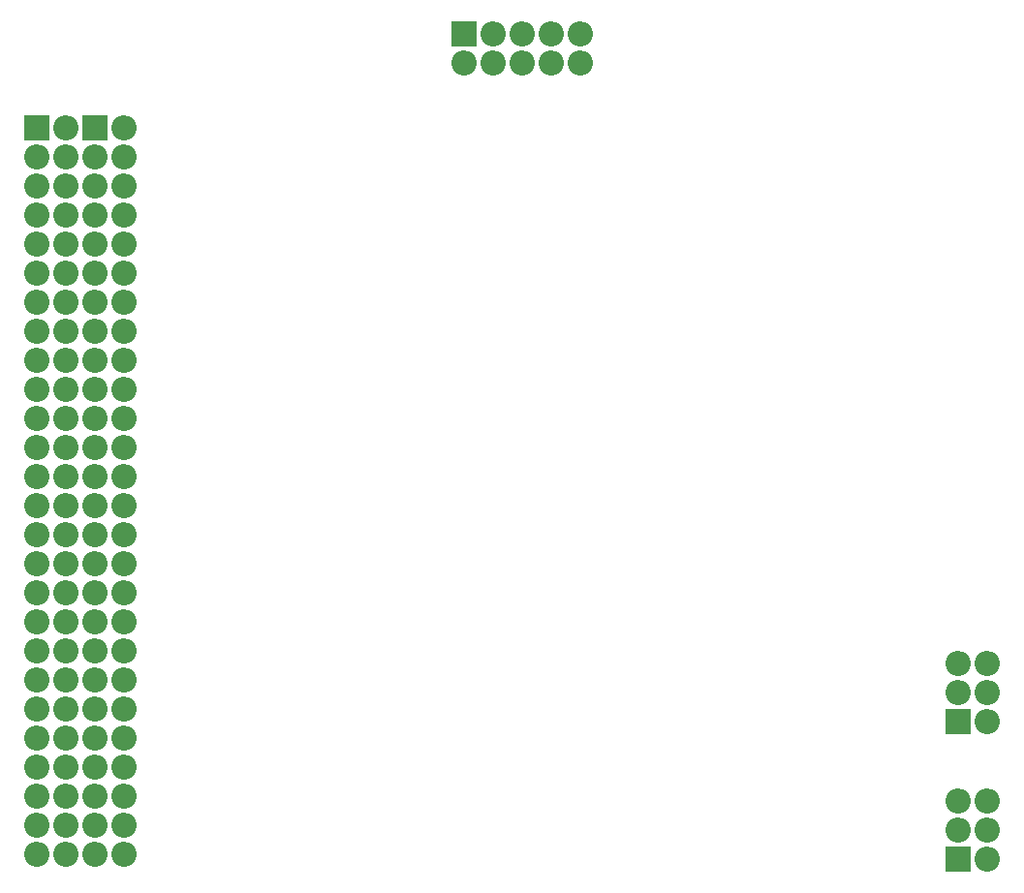
<source format=gbr>
G04 #@! TF.FileFunction,Soldermask,Top*
%FSLAX46Y46*%
G04 Gerber Fmt 4.6, Leading zero omitted, Abs format (unit mm)*
G04 Created by KiCad (PCBNEW 4.0.7) date 02/17/18 20:59:13*
%MOMM*%
%LPD*%
G01*
G04 APERTURE LIST*
%ADD10C,0.100000*%
%ADD11R,2.200000X2.200000*%
%ADD12O,2.200000X2.200000*%
G04 APERTURE END LIST*
D10*
D11*
X110670000Y-62080000D03*
D12*
X113210000Y-62080000D03*
X110670000Y-64620000D03*
X113210000Y-64620000D03*
X110670000Y-67160000D03*
X113210000Y-67160000D03*
X110670000Y-69700000D03*
X113210000Y-69700000D03*
X110670000Y-72240000D03*
X113210000Y-72240000D03*
X110670000Y-74780000D03*
X113210000Y-74780000D03*
X110670000Y-77320000D03*
X113210000Y-77320000D03*
X110670000Y-79860000D03*
X113210000Y-79860000D03*
X110670000Y-82400000D03*
X113210000Y-82400000D03*
X110670000Y-84940000D03*
X113210000Y-84940000D03*
X110670000Y-87480000D03*
X113210000Y-87480000D03*
X110670000Y-90020000D03*
X113210000Y-90020000D03*
X110670000Y-92560000D03*
X113210000Y-92560000D03*
X110670000Y-95100000D03*
X113210000Y-95100000D03*
X110670000Y-97640000D03*
X113210000Y-97640000D03*
X110670000Y-100180000D03*
X113210000Y-100180000D03*
X110670000Y-102720000D03*
X113210000Y-102720000D03*
X110670000Y-105260000D03*
X113210000Y-105260000D03*
X110670000Y-107800000D03*
X113210000Y-107800000D03*
X110670000Y-110340000D03*
X113210000Y-110340000D03*
X110670000Y-112880000D03*
X113210000Y-112880000D03*
X110670000Y-115420000D03*
X113210000Y-115420000D03*
X110670000Y-117960000D03*
X113210000Y-117960000D03*
X110670000Y-120500000D03*
X113210000Y-120500000D03*
X110670000Y-123040000D03*
X113210000Y-123040000D03*
X110670000Y-125580000D03*
X113210000Y-125580000D03*
D11*
X105590000Y-62080000D03*
D12*
X108130000Y-62080000D03*
X105590000Y-64620000D03*
X108130000Y-64620000D03*
X105590000Y-67160000D03*
X108130000Y-67160000D03*
X105590000Y-69700000D03*
X108130000Y-69700000D03*
X105590000Y-72240000D03*
X108130000Y-72240000D03*
X105590000Y-74780000D03*
X108130000Y-74780000D03*
X105590000Y-77320000D03*
X108130000Y-77320000D03*
X105590000Y-79860000D03*
X108130000Y-79860000D03*
X105590000Y-82400000D03*
X108130000Y-82400000D03*
X105590000Y-84940000D03*
X108130000Y-84940000D03*
X105590000Y-87480000D03*
X108130000Y-87480000D03*
X105590000Y-90020000D03*
X108130000Y-90020000D03*
X105590000Y-92560000D03*
X108130000Y-92560000D03*
X105590000Y-95100000D03*
X108130000Y-95100000D03*
X105590000Y-97640000D03*
X108130000Y-97640000D03*
X105590000Y-100180000D03*
X108130000Y-100180000D03*
X105590000Y-102720000D03*
X108130000Y-102720000D03*
X105590000Y-105260000D03*
X108130000Y-105260000D03*
X105590000Y-107800000D03*
X108130000Y-107800000D03*
X105590000Y-110340000D03*
X108130000Y-110340000D03*
X105590000Y-112880000D03*
X108130000Y-112880000D03*
X105590000Y-115420000D03*
X108130000Y-115420000D03*
X105590000Y-117960000D03*
X108130000Y-117960000D03*
X105590000Y-120500000D03*
X108130000Y-120500000D03*
X105590000Y-123040000D03*
X108130000Y-123040000D03*
X105590000Y-125580000D03*
X108130000Y-125580000D03*
D11*
X142920000Y-53820000D03*
D12*
X142920000Y-56360000D03*
X145460000Y-53820000D03*
X145460000Y-56360000D03*
X148000000Y-53820000D03*
X148000000Y-56360000D03*
X150540000Y-53820000D03*
X150540000Y-56360000D03*
X153080000Y-53820000D03*
X153080000Y-56360000D03*
D11*
X186060000Y-126000000D03*
D12*
X188600000Y-126000000D03*
X186060000Y-123460000D03*
X188600000Y-123460000D03*
X186060000Y-120920000D03*
X188600000Y-120920000D03*
D11*
X186100000Y-113940000D03*
D12*
X188640000Y-113940000D03*
X186100000Y-111400000D03*
X188640000Y-111400000D03*
X186100000Y-108860000D03*
X188640000Y-108860000D03*
M02*

</source>
